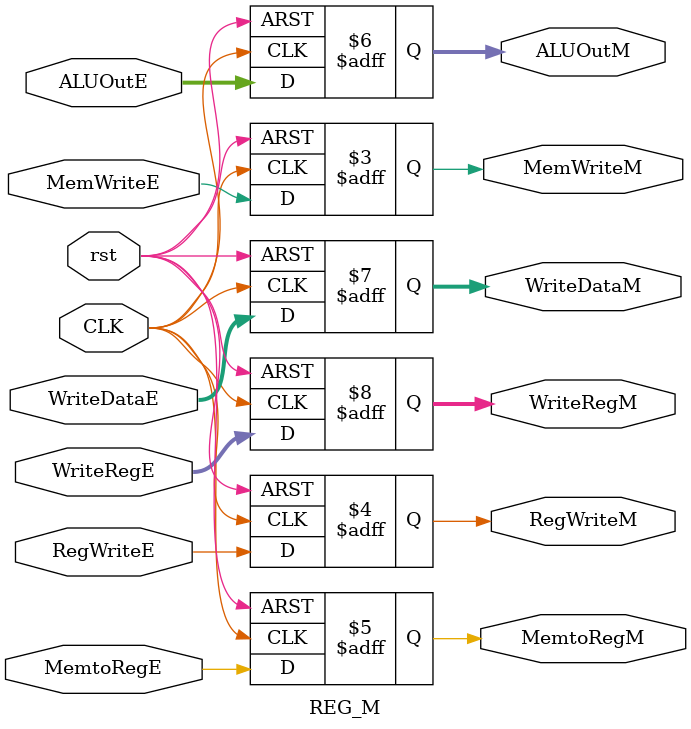
<source format=v>
module REG_M(
input [31:0] ALUOutE,WriteDataE,
input MemWriteE,RegWriteE,MemtoRegE,
input [4:0] WriteRegE,
input CLK,rst,
output reg MemWriteM,RegWriteM,MemtoRegM,
output reg [31:0] ALUOutM,WriteDataM,
output reg [4:0] WriteRegM 
);
always @(posedge CLK or negedge rst) begin
    if(!rst) begin
MemWriteM<=0;
RegWriteM<=0;
MemtoRegM<=0;
ALUOutM<=0;
WriteDataM<=0;
WriteRegM<=0;  
    end
    else begin
MemWriteM<=MemWriteE;
RegWriteM<=RegWriteE;
MemtoRegM<=MemtoRegE;
ALUOutM<=ALUOutE;
WriteDataM<=WriteDataE;
WriteRegM<=WriteRegE;
end 
end
endmodule
</source>
